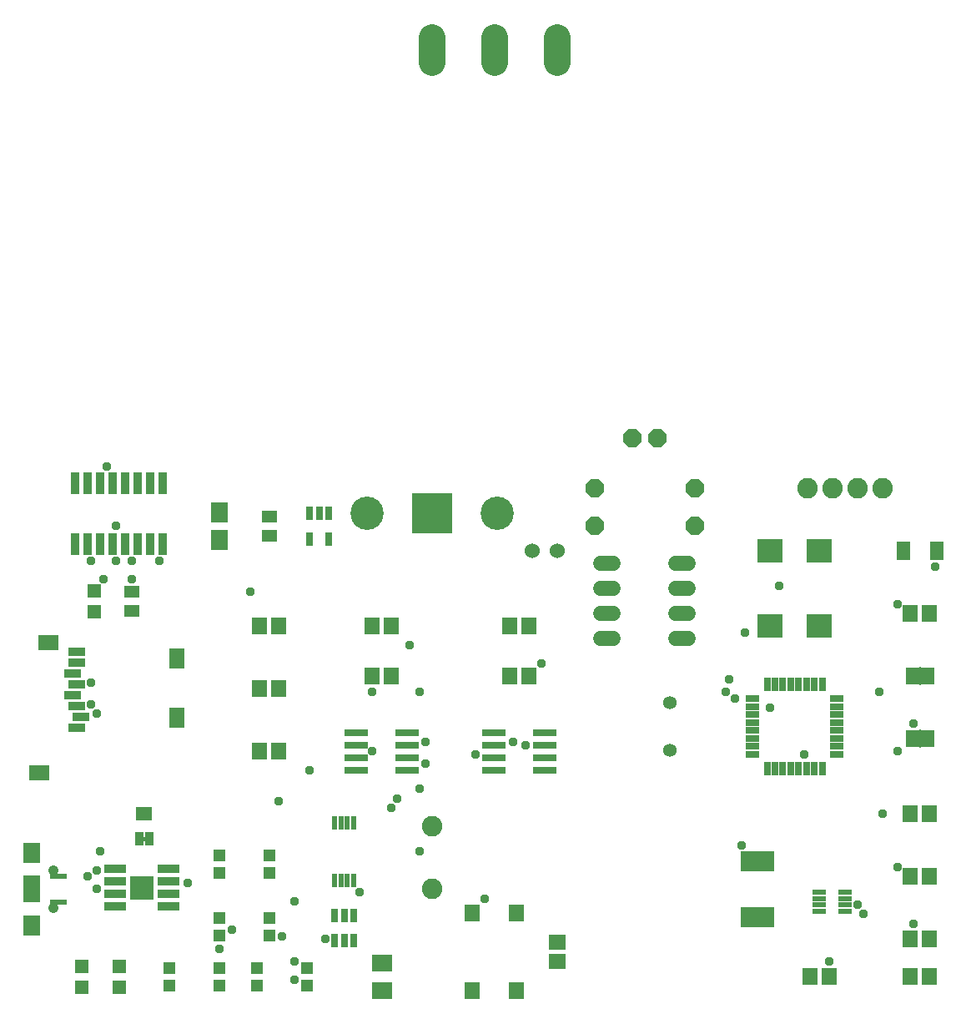
<source format=gbr>
G04 EAGLE Gerber RS-274X export*
G75*
%MOMM*%
%FSLAX34Y34*%
%LPD*%
%INSoldermask Top*%
%IPPOS*%
%AMOC8*
5,1,8,0,0,1.08239X$1,22.5*%
G01*
%ADD10R,2.571200X2.406800*%
%ADD11R,1.403200X1.903200*%
%ADD12R,1.473200X0.762000*%
%ADD13R,0.762000X1.473200*%
%ADD14C,1.361200*%
%ADD15R,1.503200X1.703200*%
%ADD16C,2.743200*%
%ADD17R,2.403200X0.803200*%
%ADD18R,1.403200X0.603200*%
%ADD19R,1.371600X1.803400*%
%ADD20R,0.152400X1.828800*%
%ADD21R,3.403200X2.003200*%
%ADD22R,2.260600X0.812800*%
%ADD23R,2.489200X2.489200*%
%ADD24R,1.403200X1.403200*%
%ADD25R,1.203200X1.303200*%
%ADD26R,0.838200X1.473200*%
%ADD27R,2.003200X1.803200*%
%ADD28R,0.753200X1.403200*%
%ADD29C,2.082800*%
%ADD30R,0.553200X1.403200*%
%ADD31R,1.653200X0.603200*%
%ADD32C,1.053200*%
%ADD33R,1.700000X2.000000*%
%ADD34R,1.700000X2.700000*%
%ADD35R,0.863600X2.235200*%
%ADD36R,2.103200X1.603200*%
%ADD37R,1.603200X2.003200*%
%ADD38R,1.703200X0.903200*%
%ADD39R,1.703200X2.153200*%
%ADD40R,1.603200X1.303200*%
%ADD41R,1.503200X1.753200*%
%ADD42R,1.703200X1.503200*%
%ADD43C,1.524000*%
%ADD44C,1.524000*%
%ADD45R,4.165600X4.165600*%
%ADD46C,3.378200*%
%ADD47P,2.034460X8X22.500000*%
%ADD48P,2.034460X8X202.500000*%
%ADD49C,0.959600*%

G36*
X141670Y188607D02*
X141670Y188607D01*
X141736Y188609D01*
X141779Y188627D01*
X141826Y188635D01*
X141883Y188669D01*
X141943Y188694D01*
X141978Y188725D01*
X142019Y188750D01*
X142061Y188801D01*
X142109Y188845D01*
X142131Y188887D01*
X142160Y188924D01*
X142181Y188986D01*
X142212Y189045D01*
X142220Y189099D01*
X142232Y189136D01*
X142231Y189176D01*
X142239Y189230D01*
X142239Y191770D01*
X142228Y191835D01*
X142226Y191901D01*
X142208Y191944D01*
X142200Y191991D01*
X142166Y192048D01*
X142141Y192108D01*
X142110Y192143D01*
X142085Y192184D01*
X142034Y192226D01*
X141990Y192274D01*
X141948Y192296D01*
X141911Y192325D01*
X141849Y192346D01*
X141790Y192377D01*
X141736Y192385D01*
X141699Y192397D01*
X141659Y192396D01*
X141605Y192404D01*
X137795Y192404D01*
X137730Y192393D01*
X137664Y192391D01*
X137621Y192373D01*
X137574Y192365D01*
X137517Y192331D01*
X137457Y192306D01*
X137422Y192275D01*
X137381Y192250D01*
X137340Y192199D01*
X137291Y192155D01*
X137269Y192113D01*
X137240Y192076D01*
X137219Y192014D01*
X137188Y191955D01*
X137180Y191901D01*
X137168Y191864D01*
X137168Y191861D01*
X137169Y191824D01*
X137161Y191770D01*
X137161Y189230D01*
X137172Y189165D01*
X137174Y189099D01*
X137192Y189056D01*
X137200Y189009D01*
X137234Y188952D01*
X137259Y188892D01*
X137290Y188857D01*
X137315Y188816D01*
X137366Y188775D01*
X137410Y188726D01*
X137452Y188704D01*
X137489Y188675D01*
X137551Y188654D01*
X137610Y188623D01*
X137664Y188615D01*
X137701Y188603D01*
X137741Y188604D01*
X137795Y188596D01*
X141605Y188596D01*
X141670Y188607D01*
G37*
D10*
X824812Y406400D03*
X775388Y406400D03*
X775388Y482600D03*
X824812Y482600D03*
D11*
X910100Y482600D03*
X944100Y482600D03*
D12*
X757174Y332800D03*
X757174Y324800D03*
X757174Y316800D03*
X757174Y308800D03*
X757174Y300800D03*
X757174Y292800D03*
X757174Y284800D03*
X757174Y276800D03*
D13*
X772100Y261874D03*
X780100Y261874D03*
X788100Y261874D03*
X796100Y261874D03*
X804100Y261874D03*
X812100Y261874D03*
X820100Y261874D03*
X828100Y261874D03*
D12*
X843026Y276800D03*
X843026Y284800D03*
X843026Y292800D03*
X843026Y300800D03*
X843026Y308800D03*
X843026Y316800D03*
X843026Y324800D03*
X843026Y332800D03*
D13*
X828100Y347726D03*
X820100Y347726D03*
X812100Y347726D03*
X804100Y347726D03*
X796100Y347726D03*
X788100Y347726D03*
X780100Y347726D03*
X772100Y347726D03*
D14*
X673100Y280400D03*
X673100Y329200D03*
D15*
X936600Y419100D03*
X917600Y419100D03*
D16*
X558800Y977900D02*
X558800Y1003300D01*
X431800Y1003300D02*
X431800Y977900D01*
D17*
X355000Y285750D03*
X407000Y285750D03*
X355000Y298450D03*
X355000Y273050D03*
X355000Y260350D03*
X407000Y298450D03*
X407000Y273050D03*
X407000Y260350D03*
D15*
X257200Y342900D03*
X276200Y342900D03*
X276200Y279400D03*
X257200Y279400D03*
D18*
X825200Y136750D03*
X851200Y136750D03*
X825200Y130250D03*
X825200Y123750D03*
X825200Y117250D03*
X851200Y117250D03*
X851200Y123750D03*
X851200Y130250D03*
D15*
X917600Y50800D03*
X936600Y50800D03*
D19*
X934720Y355600D03*
X919480Y355600D03*
D20*
X927100Y355600D03*
D19*
X934720Y292100D03*
X919480Y292100D03*
D20*
X927100Y292100D03*
D15*
X936600Y88900D03*
X917600Y88900D03*
X936600Y152400D03*
X917600Y152400D03*
X917600Y215900D03*
X936600Y215900D03*
X835000Y50800D03*
X816000Y50800D03*
D21*
X762000Y111700D03*
X762000Y167700D03*
D16*
X495300Y977900D02*
X495300Y1003300D01*
D15*
X257200Y406400D03*
X276200Y406400D03*
D17*
X494700Y285750D03*
X546700Y285750D03*
X494700Y298450D03*
X494700Y273050D03*
X494700Y260350D03*
X546700Y298450D03*
X546700Y273050D03*
X546700Y260350D03*
D15*
X371500Y406400D03*
X390500Y406400D03*
X511200Y406400D03*
X530200Y406400D03*
X511200Y355600D03*
X530200Y355600D03*
X371500Y355600D03*
X390500Y355600D03*
D22*
X110776Y160400D03*
X110776Y147700D03*
X110776Y135000D03*
X110776Y122300D03*
X164624Y122300D03*
X164624Y135000D03*
X164624Y147700D03*
X164624Y160400D03*
D23*
X137700Y141350D03*
D24*
X76200Y61300D03*
X76200Y40300D03*
X114300Y61300D03*
X114300Y40300D03*
D25*
X215900Y156600D03*
X215900Y173600D03*
X266700Y156600D03*
X266700Y173600D03*
D26*
X143764Y215900D03*
X135636Y215900D03*
D27*
X381000Y36800D03*
X381000Y64800D03*
D25*
X254000Y42300D03*
X254000Y59300D03*
D28*
X333400Y87330D03*
X342900Y87330D03*
X352400Y87330D03*
X352400Y113330D03*
X342900Y113330D03*
X333400Y113330D03*
D29*
X431800Y139700D03*
X431800Y203200D03*
D25*
X266700Y110100D03*
X266700Y93100D03*
D30*
X333150Y148550D03*
X339650Y148550D03*
X346150Y148550D03*
X352650Y148550D03*
X352650Y207050D03*
X346150Y207050D03*
X339650Y207050D03*
X333150Y207050D03*
D25*
X304800Y42300D03*
X304800Y59300D03*
X215900Y93100D03*
X215900Y110100D03*
X215900Y59300D03*
X215900Y42300D03*
X165100Y59300D03*
X165100Y42300D03*
D31*
X52650Y152700D03*
X52650Y126700D03*
D32*
X47400Y158700D03*
X47400Y120700D03*
D33*
X25400Y176540D03*
X25400Y102860D03*
D34*
X25400Y139700D03*
D35*
X69850Y489966D03*
X69850Y551434D03*
X82550Y489966D03*
X95250Y489966D03*
X82550Y551434D03*
X95250Y551434D03*
X107950Y489966D03*
X107950Y551434D03*
X120650Y489966D03*
X120650Y551434D03*
X133350Y489966D03*
X146050Y489966D03*
X133350Y551434D03*
X146050Y551434D03*
X158750Y489966D03*
X158750Y551434D03*
D36*
X42400Y389700D03*
X33400Y257700D03*
D37*
X173400Y373700D03*
X173400Y313700D03*
D38*
X71400Y380700D03*
X71400Y369700D03*
X67400Y358700D03*
X71400Y347700D03*
X67400Y336700D03*
X71400Y325700D03*
X75400Y314700D03*
X71400Y303700D03*
D28*
X327000Y521000D03*
X317500Y521000D03*
X308000Y521000D03*
X308000Y495000D03*
X327000Y495000D03*
D39*
X215900Y494250D03*
X215900Y521750D03*
D40*
X266700Y518000D03*
X266700Y498000D03*
D24*
X88900Y421300D03*
X88900Y442300D03*
D40*
X127000Y441800D03*
X127000Y421800D03*
D29*
X812800Y546100D03*
X838200Y546100D03*
X863600Y546100D03*
X889000Y546100D03*
D26*
X144780Y190500D03*
X134620Y190500D03*
D41*
X517800Y115950D03*
X517800Y36450D03*
X472800Y115950D03*
X472800Y36450D03*
D42*
X558800Y66700D03*
X558800Y85700D03*
D43*
X533400Y482600D03*
X558800Y482600D03*
D44*
X602996Y469900D02*
X616204Y469900D01*
X616204Y444500D02*
X602996Y444500D01*
X602996Y419100D02*
X616204Y419100D01*
X616204Y393700D02*
X602996Y393700D01*
X679196Y393700D02*
X692404Y393700D01*
X692404Y419100D02*
X679196Y419100D01*
X679196Y444500D02*
X692404Y444500D01*
X692404Y469900D02*
X679196Y469900D01*
D45*
X431800Y520700D03*
D46*
X365760Y520700D03*
X497840Y520700D03*
D47*
X596900Y508000D03*
X698500Y508000D03*
D48*
X698500Y546100D03*
X596900Y546100D03*
D47*
X635000Y596900D03*
X660400Y596900D03*
D49*
X784225Y447675D03*
X749300Y400050D03*
X942975Y466725D03*
X904875Y428625D03*
X409575Y387350D03*
X292100Y127000D03*
X292100Y66675D03*
X425450Y288925D03*
X92075Y139700D03*
X92075Y158750D03*
X307975Y260350D03*
X276225Y228600D03*
X527050Y285750D03*
X228600Y98425D03*
X730250Y339725D03*
X485775Y130175D03*
X774700Y323850D03*
X425450Y266700D03*
X419100Y241300D03*
X904875Y279400D03*
X904875Y161925D03*
X920750Y307975D03*
X920750Y104775D03*
X863600Y123825D03*
X835025Y66675D03*
X869950Y114300D03*
X885825Y339725D03*
X889000Y215900D03*
X739775Y333375D03*
X746125Y184150D03*
X247650Y441325D03*
X476250Y276225D03*
X419100Y339725D03*
X514350Y288925D03*
X542925Y368300D03*
X371475Y339725D03*
X371475Y279400D03*
X323850Y88900D03*
X358775Y136525D03*
X215900Y79375D03*
X184150Y146050D03*
X95250Y177800D03*
X82550Y152400D03*
X419100Y177800D03*
X292100Y47625D03*
X279400Y92075D03*
X98425Y454025D03*
X101600Y568325D03*
X85725Y349250D03*
X85725Y473075D03*
X127000Y454025D03*
X127000Y473075D03*
X92075Y317500D03*
X809625Y276225D03*
X733425Y352425D03*
X390525Y222250D03*
X111125Y508000D03*
X396875Y231775D03*
X155575Y473075D03*
X85725Y327025D03*
X111125Y473075D03*
M02*

</source>
